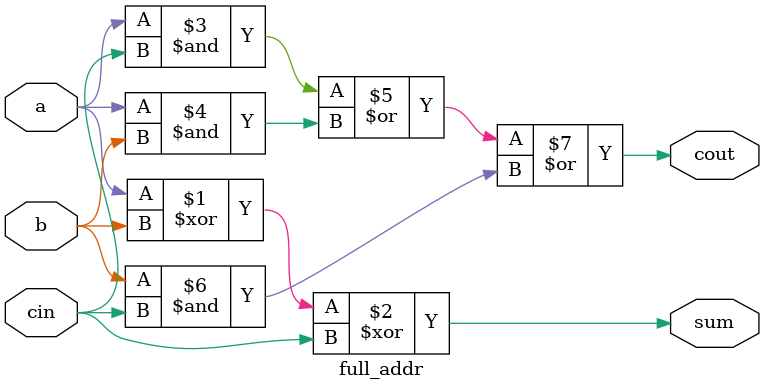
<source format=sv>
module top_module( 
    input [99:0] a, b,
    input cin,
    output [99:0] cout,
    output [99:0] sum );
    
    full_addr numbah1(a[0],b[0],cin,sum[0],cout[0]);
    
    genvar i;
    generate
        for(i=1;i<100;i=i+1) begin : adder_instantiation
            full_addr num(a[i],b[i],cout[i-1],sum[i],cout[i]);
        end
    endgenerate
    
endmodule
module full_addr(input a, input b, input cin, output sum, output cout);
	assign sum=a^b^cin;
    assign cout=a&cin|a&b|b&cin;
endmodule
</source>
